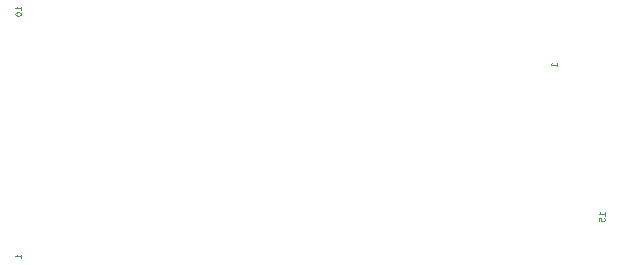
<source format=gbo>
%TF.GenerationSoftware,KiCad,Pcbnew,7.0.10*%
%TF.CreationDate,2024-01-29T00:07:58+11:00*%
%TF.ProjectId,RP2040-TestPatternGenerator,52503230-3430-42d5-9465-737450617474,rev?*%
%TF.SameCoordinates,Original*%
%TF.FileFunction,Legend,Bot*%
%TF.FilePolarity,Positive*%
%FSLAX46Y46*%
G04 Gerber Fmt 4.6, Leading zero omitted, Abs format (unit mm)*
G04 Created by KiCad (PCBNEW 7.0.10) date 2024-01-29 00:07:58*
%MOMM*%
%LPD*%
G01*
G04 APERTURE LIST*
%ADD10C,0.100000*%
%ADD11C,2.100000*%
%ADD12C,1.750000*%
%ADD13C,1.600000*%
%ADD14O,1.600000X1.600000*%
%ADD15C,4.000000*%
%ADD16O,4.000000X4.000000*%
%ADD17R,1.600000X1.600000*%
%ADD18O,1.500000X2.500000*%
%ADD19O,2.500000X1.500000*%
G04 APERTURE END LIST*
D10*
X117683609Y-75446741D02*
X117683609Y-75161027D01*
X117683609Y-75303884D02*
X117183609Y-75303884D01*
X117183609Y-75303884D02*
X117255038Y-75256265D01*
X117255038Y-75256265D02*
X117302657Y-75208646D01*
X117302657Y-75208646D02*
X117326466Y-75161027D01*
X117183609Y-75756264D02*
X117183609Y-75803883D01*
X117183609Y-75803883D02*
X117207419Y-75851502D01*
X117207419Y-75851502D02*
X117231228Y-75875312D01*
X117231228Y-75875312D02*
X117278847Y-75899121D01*
X117278847Y-75899121D02*
X117374085Y-75922931D01*
X117374085Y-75922931D02*
X117493133Y-75922931D01*
X117493133Y-75922931D02*
X117588371Y-75899121D01*
X117588371Y-75899121D02*
X117635990Y-75875312D01*
X117635990Y-75875312D02*
X117659800Y-75851502D01*
X117659800Y-75851502D02*
X117683609Y-75803883D01*
X117683609Y-75803883D02*
X117683609Y-75756264D01*
X117683609Y-75756264D02*
X117659800Y-75708645D01*
X117659800Y-75708645D02*
X117635990Y-75684836D01*
X117635990Y-75684836D02*
X117588371Y-75661026D01*
X117588371Y-75661026D02*
X117493133Y-75637217D01*
X117493133Y-75637217D02*
X117374085Y-75637217D01*
X117374085Y-75637217D02*
X117278847Y-75661026D01*
X117278847Y-75661026D02*
X117231228Y-75684836D01*
X117231228Y-75684836D02*
X117207419Y-75708645D01*
X117207419Y-75708645D02*
X117183609Y-75756264D01*
X117683609Y-96446741D02*
X117683609Y-96161027D01*
X117683609Y-96303884D02*
X117183609Y-96303884D01*
X117183609Y-96303884D02*
X117255038Y-96256265D01*
X117255038Y-96256265D02*
X117302657Y-96208646D01*
X117302657Y-96208646D02*
X117326466Y-96161027D01*
X163001609Y-80202741D02*
X163001609Y-79917027D01*
X163001609Y-80059884D02*
X162501609Y-80059884D01*
X162501609Y-80059884D02*
X162573038Y-80012265D01*
X162573038Y-80012265D02*
X162620657Y-79964646D01*
X162620657Y-79964646D02*
X162644466Y-79917027D01*
X167065609Y-92864741D02*
X167065609Y-92579027D01*
X167065609Y-92721884D02*
X166565609Y-92721884D01*
X166565609Y-92721884D02*
X166637038Y-92674265D01*
X166637038Y-92674265D02*
X166684657Y-92626646D01*
X166684657Y-92626646D02*
X166708466Y-92579027D01*
X166565609Y-93317121D02*
X166565609Y-93079026D01*
X166565609Y-93079026D02*
X166803704Y-93055217D01*
X166803704Y-93055217D02*
X166779895Y-93079026D01*
X166779895Y-93079026D02*
X166756085Y-93126645D01*
X166756085Y-93126645D02*
X166756085Y-93245693D01*
X166756085Y-93245693D02*
X166779895Y-93293312D01*
X166779895Y-93293312D02*
X166803704Y-93317121D01*
X166803704Y-93317121D02*
X166851323Y-93340931D01*
X166851323Y-93340931D02*
X166970371Y-93340931D01*
X166970371Y-93340931D02*
X167017990Y-93317121D01*
X167017990Y-93317121D02*
X167041800Y-93293312D01*
X167041800Y-93293312D02*
X167065609Y-93245693D01*
X167065609Y-93245693D02*
X167065609Y-93126645D01*
X167065609Y-93126645D02*
X167041800Y-93079026D01*
X167041800Y-93079026D02*
X167017990Y-93055217D01*
%LPC*%
D11*
%TO.C,SW1*%
X121265000Y-105400000D03*
X121265000Y-98390000D03*
D12*
X118775000Y-104150000D03*
X118775000Y-99650000D03*
%TD*%
D13*
%TO.C,R8*%
X144526000Y-69119750D03*
D14*
X154686000Y-69119750D03*
%TD*%
D13*
%TO.C,R7*%
X144526000Y-74739500D03*
D14*
X154686000Y-74739500D03*
%TD*%
D13*
%TO.C,R3*%
X144526000Y-97218500D03*
D14*
X154686000Y-97218500D03*
%TD*%
D13*
%TO.C,R6*%
X144526000Y-80359250D03*
D14*
X154686000Y-80359250D03*
%TD*%
D13*
%TO.C,R9*%
X144526000Y-63500000D03*
D14*
X154686000Y-63500000D03*
%TD*%
D13*
%TO.C,R1*%
X144526000Y-108458000D03*
D14*
X154686000Y-108458000D03*
%TD*%
D13*
%TO.C,R5*%
X144526000Y-85979000D03*
D14*
X154686000Y-85979000D03*
%TD*%
D13*
%TO.C,R4*%
X144526000Y-91598750D03*
D14*
X154686000Y-91598750D03*
%TD*%
D15*
%TO.C,RGBS OUT*%
X164968000Y-98515000D03*
D16*
X164968000Y-73515000D03*
D17*
X162918000Y-81700000D03*
D13*
X162918000Y-83990000D03*
X162918000Y-86280000D03*
X162918000Y-88570000D03*
X162918000Y-90860000D03*
X164898000Y-80555000D03*
X164898000Y-82845000D03*
X164898000Y-85135000D03*
X164898000Y-87425000D03*
X164898000Y-89715000D03*
X166878000Y-81700000D03*
X166878000Y-83990000D03*
X166878000Y-86280000D03*
X166878000Y-88570000D03*
X166878000Y-90860000D03*
%TD*%
%TO.C,R2*%
X144526000Y-102838250D03*
D14*
X154686000Y-102838250D03*
%TD*%
D18*
%TO.C,U1*%
X117602000Y-94099000D03*
X120142000Y-94099000D03*
X122682000Y-94099000D03*
X125222000Y-94099000D03*
X127762000Y-94099000D03*
X130302000Y-94099000D03*
X132842000Y-94099000D03*
X135382000Y-94099000D03*
X137922000Y-94099000D03*
D19*
X138422000Y-91059000D03*
X138422000Y-88519000D03*
X138422000Y-85979000D03*
X138422000Y-83439000D03*
X138422000Y-80899000D03*
D18*
X137922000Y-77859000D03*
X135382000Y-77859000D03*
X132842000Y-77859000D03*
X130302000Y-77859000D03*
X127762000Y-77859000D03*
X125222000Y-77859000D03*
X122682000Y-77859000D03*
X120142000Y-77859000D03*
X117602000Y-77859000D03*
%TD*%
%LPD*%
M02*

</source>
